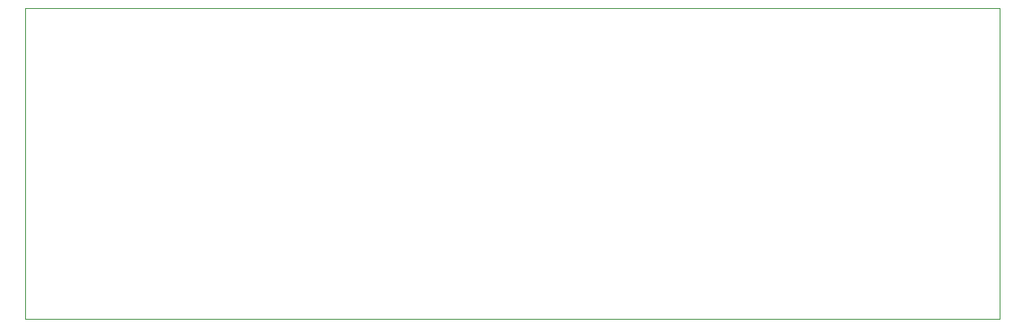
<source format=gbr>
G04 (created by PCBNEW (2013-07-07 BZR 4022)-stable) date 02/09/2014 18:49:16*
%MOIN*%
G04 Gerber Fmt 3.4, Leading zero omitted, Abs format*
%FSLAX34Y34*%
G01*
G70*
G90*
G04 APERTURE LIST*
%ADD10C,0.00393701*%
G04 APERTURE END LIST*
G54D10*
X79500Y-22750D02*
X79500Y-35500D01*
X39500Y-22750D02*
X79500Y-22750D01*
X39500Y-35500D02*
X39500Y-22750D01*
X79500Y-35500D02*
X39500Y-35500D01*
M02*

</source>
